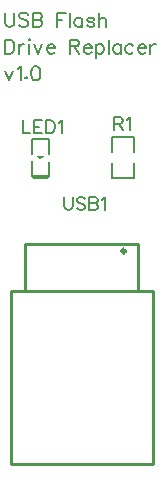
<source format=gto>
G04 Layer: TopSilkscreenLayer*
G04 EasyEDA v6.5.1, 2022-03-27 00:49:21*
G04 a67cddfb3fce44daa9051d46cbbcc19f,10*
G04 Gerber Generator version 0.2*
G04 Scale: 100 percent, Rotated: No, Reflected: No *
G04 Dimensions in millimeters *
G04 leading zeros omitted , absolute positions ,4 integer and 5 decimal *
%FSLAX45Y45*%
%MOMM*%

%ADD10C,0.2540*%
%ADD16C,0.1500*%
%ADD17C,0.1524*%
%ADD18C,0.3000*%
%ADD19C,0.2032*%

%LPD*%
D19*
X100076Y2326030D02*
G01*
X100076Y2240940D01*
X105663Y2223922D01*
X117094Y2212492D01*
X134112Y2206904D01*
X145542Y2206904D01*
X162560Y2212492D01*
X173989Y2223922D01*
X179578Y2240940D01*
X179578Y2326030D01*
X296671Y2309012D02*
G01*
X285242Y2320442D01*
X268223Y2326030D01*
X245363Y2326030D01*
X228345Y2320442D01*
X217170Y2309012D01*
X217170Y2297836D01*
X222757Y2286406D01*
X228345Y2280564D01*
X239776Y2274976D01*
X273812Y2263546D01*
X285242Y2257958D01*
X290829Y2252370D01*
X296671Y2240940D01*
X296671Y2223922D01*
X285242Y2212492D01*
X268223Y2206904D01*
X245363Y2206904D01*
X228345Y2212492D01*
X217170Y2223922D01*
X334010Y2326030D02*
G01*
X334010Y2206904D01*
X334010Y2326030D02*
G01*
X385318Y2326030D01*
X402336Y2320442D01*
X407923Y2314854D01*
X413512Y2303424D01*
X413512Y2291994D01*
X407923Y2280564D01*
X402336Y2274976D01*
X385318Y2269388D01*
X334010Y2269388D02*
G01*
X385318Y2269388D01*
X402336Y2263546D01*
X407923Y2257958D01*
X413512Y2246528D01*
X413512Y2229510D01*
X407923Y2218080D01*
X402336Y2212492D01*
X385318Y2206904D01*
X334010Y2206904D01*
X538734Y2326030D02*
G01*
X538734Y2206904D01*
X538734Y2326030D02*
G01*
X612394Y2326030D01*
X538734Y2269388D02*
G01*
X584200Y2269388D01*
X649986Y2326030D02*
G01*
X649986Y2206904D01*
X755650Y2286406D02*
G01*
X755650Y2206904D01*
X755650Y2269388D02*
G01*
X744220Y2280564D01*
X733044Y2286406D01*
X716026Y2286406D01*
X704595Y2280564D01*
X693165Y2269388D01*
X687578Y2252370D01*
X687578Y2240940D01*
X693165Y2223922D01*
X704595Y2212492D01*
X716026Y2206904D01*
X733044Y2206904D01*
X744220Y2212492D01*
X755650Y2223922D01*
X855726Y2269388D02*
G01*
X849884Y2280564D01*
X832865Y2286406D01*
X815847Y2286406D01*
X798829Y2280564D01*
X793242Y2269388D01*
X798829Y2257958D01*
X810260Y2252370D01*
X838707Y2246528D01*
X849884Y2240940D01*
X855726Y2229510D01*
X855726Y2223922D01*
X849884Y2212492D01*
X832865Y2206904D01*
X815847Y2206904D01*
X798829Y2212492D01*
X793242Y2223922D01*
X893063Y2326030D02*
G01*
X893063Y2206904D01*
X893063Y2263546D02*
G01*
X910336Y2280564D01*
X921512Y2286406D01*
X938529Y2286406D01*
X949960Y2280564D01*
X955802Y2263546D01*
X955802Y2206904D01*
X100076Y2099462D02*
G01*
X100076Y1980336D01*
X100076Y2099462D02*
G01*
X139700Y2099462D01*
X156718Y2093874D01*
X168147Y2082444D01*
X173989Y2071014D01*
X179578Y2053996D01*
X179578Y2025548D01*
X173989Y2008530D01*
X168147Y1997354D01*
X156718Y1985924D01*
X139700Y1980336D01*
X100076Y1980336D01*
X217170Y2059838D02*
G01*
X217170Y1980336D01*
X217170Y2025548D02*
G01*
X222757Y2042820D01*
X234187Y2053996D01*
X245363Y2059838D01*
X262381Y2059838D01*
X299973Y2099462D02*
G01*
X305562Y2093874D01*
X311404Y2099462D01*
X305562Y2105304D01*
X299973Y2099462D01*
X305562Y2059838D02*
G01*
X305562Y1980336D01*
X348742Y2059838D02*
G01*
X383031Y1980336D01*
X417068Y2059838D02*
G01*
X383031Y1980336D01*
X454660Y2025548D02*
G01*
X522731Y2025548D01*
X522731Y2036978D01*
X517144Y2048408D01*
X511302Y2053996D01*
X500126Y2059838D01*
X482854Y2059838D01*
X471678Y2053996D01*
X460247Y2042820D01*
X454660Y2025548D01*
X454660Y2014372D01*
X460247Y1997354D01*
X471678Y1985924D01*
X482854Y1980336D01*
X500126Y1980336D01*
X511302Y1985924D01*
X522731Y1997354D01*
X647700Y2099462D02*
G01*
X647700Y1980336D01*
X647700Y2099462D02*
G01*
X698754Y2099462D01*
X716026Y2093874D01*
X721613Y2088286D01*
X727202Y2076856D01*
X727202Y2065426D01*
X721613Y2053996D01*
X716026Y2048408D01*
X698754Y2042820D01*
X647700Y2042820D01*
X687578Y2042820D02*
G01*
X727202Y1980336D01*
X764794Y2025548D02*
G01*
X832865Y2025548D01*
X832865Y2036978D01*
X827278Y2048408D01*
X821689Y2053996D01*
X810260Y2059838D01*
X793242Y2059838D01*
X781812Y2053996D01*
X770381Y2042820D01*
X764794Y2025548D01*
X764794Y2014372D01*
X770381Y1997354D01*
X781812Y1985924D01*
X793242Y1980336D01*
X810260Y1980336D01*
X821689Y1985924D01*
X832865Y1997354D01*
X870457Y2059838D02*
G01*
X870457Y1940458D01*
X870457Y2042820D02*
G01*
X881887Y2053996D01*
X893063Y2059838D01*
X910336Y2059838D01*
X921512Y2053996D01*
X932942Y2042820D01*
X938529Y2025548D01*
X938529Y2014372D01*
X932942Y1997354D01*
X921512Y1985924D01*
X910336Y1980336D01*
X893063Y1980336D01*
X881887Y1985924D01*
X870457Y1997354D01*
X976121Y2099462D02*
G01*
X976121Y1980336D01*
X1081786Y2059838D02*
G01*
X1081786Y1980336D01*
X1081786Y2042820D02*
G01*
X1070355Y2053996D01*
X1059179Y2059838D01*
X1042162Y2059838D01*
X1030731Y2053996D01*
X1019302Y2042820D01*
X1013713Y2025548D01*
X1013713Y2014372D01*
X1019302Y1997354D01*
X1030731Y1985924D01*
X1042162Y1980336D01*
X1059179Y1980336D01*
X1070355Y1985924D01*
X1081786Y1997354D01*
X1187450Y2042820D02*
G01*
X1176020Y2053996D01*
X1164844Y2059838D01*
X1147826Y2059838D01*
X1136395Y2053996D01*
X1124965Y2042820D01*
X1119378Y2025548D01*
X1119378Y2014372D01*
X1124965Y1997354D01*
X1136395Y1985924D01*
X1147826Y1980336D01*
X1164844Y1980336D01*
X1176020Y1985924D01*
X1187450Y1997354D01*
X1225042Y2025548D02*
G01*
X1293113Y2025548D01*
X1293113Y2036978D01*
X1287526Y2048408D01*
X1281937Y2053996D01*
X1270507Y2059838D01*
X1253489Y2059838D01*
X1242060Y2053996D01*
X1230629Y2042820D01*
X1225042Y2025548D01*
X1225042Y2014372D01*
X1230629Y1997354D01*
X1242060Y1985924D01*
X1253489Y1980336D01*
X1270507Y1980336D01*
X1281937Y1985924D01*
X1293113Y1997354D01*
X1330705Y2059838D02*
G01*
X1330705Y1980336D01*
X1330705Y2025548D02*
G01*
X1336294Y2042820D01*
X1347723Y2053996D01*
X1359154Y2059838D01*
X1376171Y2059838D01*
X100076Y1833270D02*
G01*
X134112Y1753514D01*
X168147Y1833270D02*
G01*
X134112Y1753514D01*
X205739Y1850288D02*
G01*
X217170Y1855876D01*
X234187Y1872894D01*
X234187Y1753514D01*
X277368Y1781962D02*
G01*
X271526Y1776374D01*
X277368Y1770786D01*
X282955Y1776374D01*
X277368Y1781962D01*
X354584Y1872894D02*
G01*
X337565Y1867306D01*
X326136Y1850288D01*
X320547Y1821840D01*
X320547Y1804822D01*
X326136Y1776374D01*
X337565Y1759356D01*
X354584Y1753514D01*
X366013Y1753514D01*
X383031Y1759356D01*
X394207Y1776374D01*
X400050Y1804822D01*
X400050Y1821840D01*
X394207Y1850288D01*
X383031Y1867306D01*
X366013Y1872894D01*
X354584Y1872894D01*
D17*
X250002Y1415315D02*
G01*
X250002Y1306349D01*
X250002Y1306349D02*
G01*
X312232Y1306349D01*
X346522Y1415315D02*
G01*
X346522Y1306349D01*
X346522Y1415315D02*
G01*
X414086Y1415315D01*
X346522Y1363499D02*
G01*
X388178Y1363499D01*
X346522Y1306349D02*
G01*
X414086Y1306349D01*
X448376Y1415315D02*
G01*
X448376Y1306349D01*
X448376Y1415315D02*
G01*
X484952Y1415315D01*
X500446Y1410235D01*
X510860Y1399821D01*
X515940Y1389407D01*
X521274Y1373659D01*
X521274Y1347751D01*
X515940Y1332257D01*
X510860Y1321843D01*
X500446Y1311429D01*
X484952Y1306349D01*
X448376Y1306349D01*
X555564Y1394487D02*
G01*
X565978Y1399821D01*
X581472Y1415315D01*
X581472Y1306349D01*
X1025001Y1440314D02*
G01*
X1025001Y1331348D01*
X1025001Y1440314D02*
G01*
X1071737Y1440314D01*
X1087231Y1435234D01*
X1092565Y1429900D01*
X1097645Y1419486D01*
X1097645Y1409072D01*
X1092565Y1398658D01*
X1087231Y1393578D01*
X1071737Y1388498D01*
X1025001Y1388498D01*
X1061323Y1388498D02*
G01*
X1097645Y1331348D01*
X1131935Y1419486D02*
G01*
X1142349Y1424820D01*
X1158097Y1440314D01*
X1158097Y1331348D01*
X600072Y765266D02*
G01*
X600072Y687288D01*
X605152Y671794D01*
X615566Y661380D01*
X631060Y656300D01*
X641474Y656300D01*
X657222Y661380D01*
X667636Y671794D01*
X672716Y687288D01*
X672716Y765266D01*
X779650Y749772D02*
G01*
X769490Y760186D01*
X753742Y765266D01*
X732914Y765266D01*
X717420Y760186D01*
X707006Y749772D01*
X707006Y739358D01*
X712340Y728944D01*
X717420Y723864D01*
X727834Y718530D01*
X759076Y708116D01*
X769490Y703036D01*
X774570Y697702D01*
X779650Y687288D01*
X779650Y671794D01*
X769490Y661380D01*
X753742Y656300D01*
X732914Y656300D01*
X717420Y661380D01*
X707006Y671794D01*
X813940Y765266D02*
G01*
X813940Y656300D01*
X813940Y765266D02*
G01*
X860930Y765266D01*
X876424Y760186D01*
X881504Y754852D01*
X886838Y744438D01*
X886838Y734278D01*
X881504Y723864D01*
X876424Y718530D01*
X860930Y713450D01*
X813940Y713450D02*
G01*
X860930Y713450D01*
X876424Y708116D01*
X881504Y703036D01*
X886838Y692622D01*
X886838Y677128D01*
X881504Y666714D01*
X876424Y661380D01*
X860930Y656300D01*
X813940Y656300D01*
X921128Y744438D02*
G01*
X931542Y749772D01*
X947036Y765266D01*
X947036Y656300D01*
G36*
X364032Y1112012D02*
G01*
X399999Y1086002D01*
X436016Y1110996D01*
G37*
D16*
X472998Y1063000D02*
G01*
X472998Y948001D01*
X328000Y948001D01*
X328000Y1068001D01*
X326999Y1130000D02*
G01*
X326999Y1254000D01*
X471998Y1254000D01*
X471998Y1130000D01*
X472998Y948001D02*
G01*
X472998Y944999D01*
X452998Y924999D01*
X351000Y924999D01*
X348000Y928001D01*
X328000Y948001D01*
D17*
X1191709Y1147620D02*
G01*
X1191709Y1276113D01*
X1008291Y1276113D01*
X1008291Y1147620D01*
X1191709Y1052380D02*
G01*
X1191709Y923886D01*
X1008291Y923886D01*
X1008291Y1052380D01*
D10*
X150075Y-1495044D02*
G01*
X1350060Y-1495044D01*
X1230073Y364947D02*
G01*
X270075Y364947D01*
X270075Y-25046D01*
X1230073Y364947D02*
G01*
X1230073Y-25046D01*
X150075Y-1495044D02*
G01*
X150075Y-25059D01*
X150063Y-25046D01*
X1350060Y-25046D02*
G01*
X1350060Y-1495044D01*
X1350060Y-25046D02*
G01*
X150063Y-25046D01*
D18*
G75*
G01
X1119099Y308940D02*
G03X1119099Y308940I-15011J0D01*
M02*

</source>
